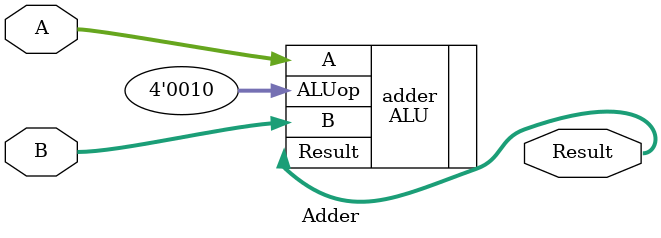
<source format=v>
/*
  ------------------------------------------------------------------------------
  --------------------------------------------------------------------------------
  Copyright (c) 2016, Loongson Technology Corporation Limited.

  All rights reserved.

  Redistribution and use in source and binary forms, with or without modification,
  are permitted provided that the following conditions are met:

  1. Redistributions of source code must retain the above copyright notice, this
  list of conditions and the following disclaimer.

  2. Redistributions in binary form must reproduce the above copyright notice,
  this list of conditions and the following disclaimer in the documentation and/or
  other materials provided with the distribution.

  3. Neither the name of Loongson Technology Corporation Limited nor the names of
  its contributors may be used to endorse or promote products derived from this
  software without specific prior written permission.

  THIS SOFTWARE IS PROVIDED BY THE COPYRIGHT HOLDERS AND CONTRIBUTORS "AS IS" AND
  ANY EXPRESS OR IMPLIED WARRANTIES, INCLUDING, BUT NOT LIMITED TO, THE IMPLIED
  WARRANTIES OF MERCHANTABILITY AND FITNESS FOR A PARTICULAR PURPOSE ARE
  DISCLAIMED. IN NO EVENT SHALL LOONGSON TECHNOLOGY CORPORATION LIMITED BE LIABLE
  TO ANY PARTY FOR DIRECT, INDIRECT, INCIDENTAL, SPECIAL, EXEMPLARY, OR
  CONSEQUENTIAL DAMAGES (INCLUDING, BUT NOT LIMITED TO, PROCUREMENT OF SUBSTITUTE
  GOODS OR SERVICES; LOSS OF USE, DATA, OR PROFITS; OR BUSINESS INTERRUPTION)
  HOWEVER CAUSED AND ON ANY THEORY OF LIABILITY, WHETHER IN CONTRACT, STRICT
  LIABILITY, OR TORT (INCLUDING NEGLIGENCE OR OTHERWISE) ARISING IN ANY WAY OUT OF
  THE USE OF THIS SOFTWARE, EVEN IF ADVISED OF THE POSSIBILITY OF SUCH DAMAGE.
  --------------------------------------------------------------------------------
  --------------------------------------------------------------------------------
 */

module fetch_stage(
    input  wire        clk,
    input  wire        rst,
    // data passing from the PC calculate module
    input  wire    IRWrite,
    // For Stall
    input  wire [31:0] PC_next,
    // interaction with inst_sram
    output wire        inst_sram_en,
    input  wire [31:0] inst_sram_rdata,
    // data transfering to ID stage
    output reg  [31:0]       PC_IF_ID,           //fetch_stage pc
    output reg  [31:0] PC_add_4_IF_ID,
    output reg  [31:0]     Inst_IF_ID            //instr code sent from fetch_stage
  );
    parameter reset_addr = 32'hbfc00000;

    assign inst_sram_en = ~rst;

    always @ (posedge clk) begin
      if(rst) begin
          PC_IF_ID       <= reset_addr;
          PC_add_4_IF_ID <= reset_addr+4;
          Inst_IF_ID     <= 32'd0;
      end
      else if (IRWrite) begin
          PC_IF_ID       <= PC_next;
          PC_add_4_IF_ID <= PC_next+4;
          Inst_IF_ID     <= inst_sram_rdata;
      end
      else begin
          PC_IF_ID       <= PC_IF_ID;
          PC_add_4_IF_ID <= PC_add_4_IF_ID;
          Inst_IF_ID     <= Inst_IF_ID;
      end
    end
endmodule //fetch_stage

module Adder(
    input  [31:0] A,
    input  [31:0] B,
    output [31:0] Result
  );
    ALU adder(
        .A      (      A),
        .B      (      B),
        .ALUop  (4'b0010),   //ADD
        .Result ( Result)
    );
endmodule

</source>
